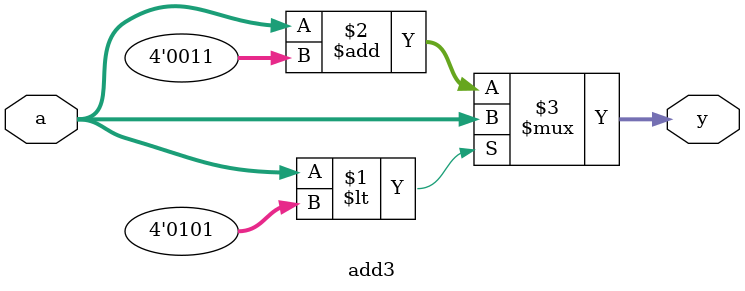
<source format=sv>
module add3 (input logic [3:0] a,
	     output logic [3:0] y);

  assign y = (a<4'd5) ? a : a+4'd3;
   
endmodule // add3


</source>
